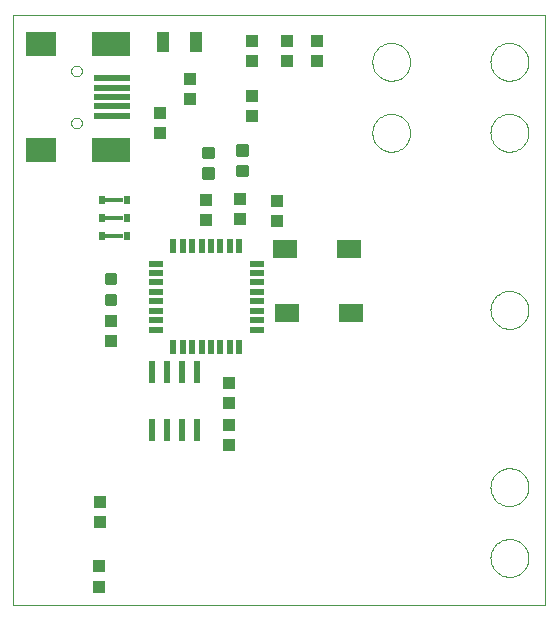
<source format=gtp>
G75*
%MOIN*%
%OFA0B0*%
%FSLAX24Y24*%
%IPPOS*%
%LPD*%
%AMOC8*
5,1,8,0,0,1.08239X$1,22.5*
%
%ADD10C,0.0000*%
%ADD11R,0.0500X0.0220*%
%ADD12R,0.0220X0.0500*%
%ADD13R,0.0394X0.0709*%
%ADD14R,0.0433X0.0394*%
%ADD15R,0.0394X0.0433*%
%ADD16R,0.0984X0.0787*%
%ADD17R,0.1299X0.0787*%
%ADD18R,0.1220X0.0197*%
%ADD19R,0.0630X0.0157*%
%ADD20R,0.0197X0.0315*%
%ADD21R,0.0787X0.0630*%
%ADD22C,0.0118*%
%ADD23R,0.0220X0.0780*%
D10*
X000486Y001871D02*
X000486Y021556D01*
X018203Y021556D01*
X018203Y001871D01*
X000486Y001871D01*
X012455Y017619D02*
X012457Y017669D01*
X012463Y017719D01*
X012473Y017768D01*
X012487Y017816D01*
X012504Y017863D01*
X012525Y017908D01*
X012550Y017952D01*
X012578Y017993D01*
X012610Y018032D01*
X012644Y018069D01*
X012681Y018103D01*
X012721Y018133D01*
X012763Y018160D01*
X012807Y018184D01*
X012853Y018205D01*
X012900Y018221D01*
X012948Y018234D01*
X012998Y018243D01*
X013047Y018248D01*
X013098Y018249D01*
X013148Y018246D01*
X013197Y018239D01*
X013246Y018228D01*
X013294Y018213D01*
X013340Y018195D01*
X013385Y018173D01*
X013428Y018147D01*
X013469Y018118D01*
X013508Y018086D01*
X013544Y018051D01*
X013576Y018013D01*
X013606Y017973D01*
X013633Y017930D01*
X013656Y017886D01*
X013675Y017840D01*
X013691Y017792D01*
X013703Y017743D01*
X013711Y017694D01*
X013715Y017644D01*
X013715Y017594D01*
X013711Y017544D01*
X013703Y017495D01*
X013691Y017446D01*
X013675Y017398D01*
X013656Y017352D01*
X013633Y017308D01*
X013606Y017265D01*
X013576Y017225D01*
X013544Y017187D01*
X013508Y017152D01*
X013469Y017120D01*
X013428Y017091D01*
X013385Y017065D01*
X013340Y017043D01*
X013294Y017025D01*
X013246Y017010D01*
X013197Y016999D01*
X013148Y016992D01*
X013098Y016989D01*
X013047Y016990D01*
X012998Y016995D01*
X012948Y017004D01*
X012900Y017017D01*
X012853Y017033D01*
X012807Y017054D01*
X012763Y017078D01*
X012721Y017105D01*
X012681Y017135D01*
X012644Y017169D01*
X012610Y017206D01*
X012578Y017245D01*
X012550Y017286D01*
X012525Y017330D01*
X012504Y017375D01*
X012487Y017422D01*
X012473Y017470D01*
X012463Y017519D01*
X012457Y017569D01*
X012455Y017619D01*
X012455Y019982D02*
X012457Y020032D01*
X012463Y020082D01*
X012473Y020131D01*
X012487Y020179D01*
X012504Y020226D01*
X012525Y020271D01*
X012550Y020315D01*
X012578Y020356D01*
X012610Y020395D01*
X012644Y020432D01*
X012681Y020466D01*
X012721Y020496D01*
X012763Y020523D01*
X012807Y020547D01*
X012853Y020568D01*
X012900Y020584D01*
X012948Y020597D01*
X012998Y020606D01*
X013047Y020611D01*
X013098Y020612D01*
X013148Y020609D01*
X013197Y020602D01*
X013246Y020591D01*
X013294Y020576D01*
X013340Y020558D01*
X013385Y020536D01*
X013428Y020510D01*
X013469Y020481D01*
X013508Y020449D01*
X013544Y020414D01*
X013576Y020376D01*
X013606Y020336D01*
X013633Y020293D01*
X013656Y020249D01*
X013675Y020203D01*
X013691Y020155D01*
X013703Y020106D01*
X013711Y020057D01*
X013715Y020007D01*
X013715Y019957D01*
X013711Y019907D01*
X013703Y019858D01*
X013691Y019809D01*
X013675Y019761D01*
X013656Y019715D01*
X013633Y019671D01*
X013606Y019628D01*
X013576Y019588D01*
X013544Y019550D01*
X013508Y019515D01*
X013469Y019483D01*
X013428Y019454D01*
X013385Y019428D01*
X013340Y019406D01*
X013294Y019388D01*
X013246Y019373D01*
X013197Y019362D01*
X013148Y019355D01*
X013098Y019352D01*
X013047Y019353D01*
X012998Y019358D01*
X012948Y019367D01*
X012900Y019380D01*
X012853Y019396D01*
X012807Y019417D01*
X012763Y019441D01*
X012721Y019468D01*
X012681Y019498D01*
X012644Y019532D01*
X012610Y019569D01*
X012578Y019608D01*
X012550Y019649D01*
X012525Y019693D01*
X012504Y019738D01*
X012487Y019785D01*
X012473Y019833D01*
X012463Y019882D01*
X012457Y019932D01*
X012455Y019982D01*
X016392Y019982D02*
X016394Y020032D01*
X016400Y020082D01*
X016410Y020131D01*
X016424Y020179D01*
X016441Y020226D01*
X016462Y020271D01*
X016487Y020315D01*
X016515Y020356D01*
X016547Y020395D01*
X016581Y020432D01*
X016618Y020466D01*
X016658Y020496D01*
X016700Y020523D01*
X016744Y020547D01*
X016790Y020568D01*
X016837Y020584D01*
X016885Y020597D01*
X016935Y020606D01*
X016984Y020611D01*
X017035Y020612D01*
X017085Y020609D01*
X017134Y020602D01*
X017183Y020591D01*
X017231Y020576D01*
X017277Y020558D01*
X017322Y020536D01*
X017365Y020510D01*
X017406Y020481D01*
X017445Y020449D01*
X017481Y020414D01*
X017513Y020376D01*
X017543Y020336D01*
X017570Y020293D01*
X017593Y020249D01*
X017612Y020203D01*
X017628Y020155D01*
X017640Y020106D01*
X017648Y020057D01*
X017652Y020007D01*
X017652Y019957D01*
X017648Y019907D01*
X017640Y019858D01*
X017628Y019809D01*
X017612Y019761D01*
X017593Y019715D01*
X017570Y019671D01*
X017543Y019628D01*
X017513Y019588D01*
X017481Y019550D01*
X017445Y019515D01*
X017406Y019483D01*
X017365Y019454D01*
X017322Y019428D01*
X017277Y019406D01*
X017231Y019388D01*
X017183Y019373D01*
X017134Y019362D01*
X017085Y019355D01*
X017035Y019352D01*
X016984Y019353D01*
X016935Y019358D01*
X016885Y019367D01*
X016837Y019380D01*
X016790Y019396D01*
X016744Y019417D01*
X016700Y019441D01*
X016658Y019468D01*
X016618Y019498D01*
X016581Y019532D01*
X016547Y019569D01*
X016515Y019608D01*
X016487Y019649D01*
X016462Y019693D01*
X016441Y019738D01*
X016424Y019785D01*
X016410Y019833D01*
X016400Y019882D01*
X016394Y019932D01*
X016392Y019982D01*
X016392Y017619D02*
X016394Y017669D01*
X016400Y017719D01*
X016410Y017768D01*
X016424Y017816D01*
X016441Y017863D01*
X016462Y017908D01*
X016487Y017952D01*
X016515Y017993D01*
X016547Y018032D01*
X016581Y018069D01*
X016618Y018103D01*
X016658Y018133D01*
X016700Y018160D01*
X016744Y018184D01*
X016790Y018205D01*
X016837Y018221D01*
X016885Y018234D01*
X016935Y018243D01*
X016984Y018248D01*
X017035Y018249D01*
X017085Y018246D01*
X017134Y018239D01*
X017183Y018228D01*
X017231Y018213D01*
X017277Y018195D01*
X017322Y018173D01*
X017365Y018147D01*
X017406Y018118D01*
X017445Y018086D01*
X017481Y018051D01*
X017513Y018013D01*
X017543Y017973D01*
X017570Y017930D01*
X017593Y017886D01*
X017612Y017840D01*
X017628Y017792D01*
X017640Y017743D01*
X017648Y017694D01*
X017652Y017644D01*
X017652Y017594D01*
X017648Y017544D01*
X017640Y017495D01*
X017628Y017446D01*
X017612Y017398D01*
X017593Y017352D01*
X017570Y017308D01*
X017543Y017265D01*
X017513Y017225D01*
X017481Y017187D01*
X017445Y017152D01*
X017406Y017120D01*
X017365Y017091D01*
X017322Y017065D01*
X017277Y017043D01*
X017231Y017025D01*
X017183Y017010D01*
X017134Y016999D01*
X017085Y016992D01*
X017035Y016989D01*
X016984Y016990D01*
X016935Y016995D01*
X016885Y017004D01*
X016837Y017017D01*
X016790Y017033D01*
X016744Y017054D01*
X016700Y017078D01*
X016658Y017105D01*
X016618Y017135D01*
X016581Y017169D01*
X016547Y017206D01*
X016515Y017245D01*
X016487Y017286D01*
X016462Y017330D01*
X016441Y017375D01*
X016424Y017422D01*
X016410Y017470D01*
X016400Y017519D01*
X016394Y017569D01*
X016392Y017619D01*
X016392Y011714D02*
X016394Y011764D01*
X016400Y011814D01*
X016410Y011863D01*
X016424Y011911D01*
X016441Y011958D01*
X016462Y012003D01*
X016487Y012047D01*
X016515Y012088D01*
X016547Y012127D01*
X016581Y012164D01*
X016618Y012198D01*
X016658Y012228D01*
X016700Y012255D01*
X016744Y012279D01*
X016790Y012300D01*
X016837Y012316D01*
X016885Y012329D01*
X016935Y012338D01*
X016984Y012343D01*
X017035Y012344D01*
X017085Y012341D01*
X017134Y012334D01*
X017183Y012323D01*
X017231Y012308D01*
X017277Y012290D01*
X017322Y012268D01*
X017365Y012242D01*
X017406Y012213D01*
X017445Y012181D01*
X017481Y012146D01*
X017513Y012108D01*
X017543Y012068D01*
X017570Y012025D01*
X017593Y011981D01*
X017612Y011935D01*
X017628Y011887D01*
X017640Y011838D01*
X017648Y011789D01*
X017652Y011739D01*
X017652Y011689D01*
X017648Y011639D01*
X017640Y011590D01*
X017628Y011541D01*
X017612Y011493D01*
X017593Y011447D01*
X017570Y011403D01*
X017543Y011360D01*
X017513Y011320D01*
X017481Y011282D01*
X017445Y011247D01*
X017406Y011215D01*
X017365Y011186D01*
X017322Y011160D01*
X017277Y011138D01*
X017231Y011120D01*
X017183Y011105D01*
X017134Y011094D01*
X017085Y011087D01*
X017035Y011084D01*
X016984Y011085D01*
X016935Y011090D01*
X016885Y011099D01*
X016837Y011112D01*
X016790Y011128D01*
X016744Y011149D01*
X016700Y011173D01*
X016658Y011200D01*
X016618Y011230D01*
X016581Y011264D01*
X016547Y011301D01*
X016515Y011340D01*
X016487Y011381D01*
X016462Y011425D01*
X016441Y011470D01*
X016424Y011517D01*
X016410Y011565D01*
X016400Y011614D01*
X016394Y011664D01*
X016392Y011714D01*
X016392Y005808D02*
X016394Y005858D01*
X016400Y005908D01*
X016410Y005957D01*
X016424Y006005D01*
X016441Y006052D01*
X016462Y006097D01*
X016487Y006141D01*
X016515Y006182D01*
X016547Y006221D01*
X016581Y006258D01*
X016618Y006292D01*
X016658Y006322D01*
X016700Y006349D01*
X016744Y006373D01*
X016790Y006394D01*
X016837Y006410D01*
X016885Y006423D01*
X016935Y006432D01*
X016984Y006437D01*
X017035Y006438D01*
X017085Y006435D01*
X017134Y006428D01*
X017183Y006417D01*
X017231Y006402D01*
X017277Y006384D01*
X017322Y006362D01*
X017365Y006336D01*
X017406Y006307D01*
X017445Y006275D01*
X017481Y006240D01*
X017513Y006202D01*
X017543Y006162D01*
X017570Y006119D01*
X017593Y006075D01*
X017612Y006029D01*
X017628Y005981D01*
X017640Y005932D01*
X017648Y005883D01*
X017652Y005833D01*
X017652Y005783D01*
X017648Y005733D01*
X017640Y005684D01*
X017628Y005635D01*
X017612Y005587D01*
X017593Y005541D01*
X017570Y005497D01*
X017543Y005454D01*
X017513Y005414D01*
X017481Y005376D01*
X017445Y005341D01*
X017406Y005309D01*
X017365Y005280D01*
X017322Y005254D01*
X017277Y005232D01*
X017231Y005214D01*
X017183Y005199D01*
X017134Y005188D01*
X017085Y005181D01*
X017035Y005178D01*
X016984Y005179D01*
X016935Y005184D01*
X016885Y005193D01*
X016837Y005206D01*
X016790Y005222D01*
X016744Y005243D01*
X016700Y005267D01*
X016658Y005294D01*
X016618Y005324D01*
X016581Y005358D01*
X016547Y005395D01*
X016515Y005434D01*
X016487Y005475D01*
X016462Y005519D01*
X016441Y005564D01*
X016424Y005611D01*
X016410Y005659D01*
X016400Y005708D01*
X016394Y005758D01*
X016392Y005808D01*
X016392Y003446D02*
X016394Y003496D01*
X016400Y003546D01*
X016410Y003595D01*
X016424Y003643D01*
X016441Y003690D01*
X016462Y003735D01*
X016487Y003779D01*
X016515Y003820D01*
X016547Y003859D01*
X016581Y003896D01*
X016618Y003930D01*
X016658Y003960D01*
X016700Y003987D01*
X016744Y004011D01*
X016790Y004032D01*
X016837Y004048D01*
X016885Y004061D01*
X016935Y004070D01*
X016984Y004075D01*
X017035Y004076D01*
X017085Y004073D01*
X017134Y004066D01*
X017183Y004055D01*
X017231Y004040D01*
X017277Y004022D01*
X017322Y004000D01*
X017365Y003974D01*
X017406Y003945D01*
X017445Y003913D01*
X017481Y003878D01*
X017513Y003840D01*
X017543Y003800D01*
X017570Y003757D01*
X017593Y003713D01*
X017612Y003667D01*
X017628Y003619D01*
X017640Y003570D01*
X017648Y003521D01*
X017652Y003471D01*
X017652Y003421D01*
X017648Y003371D01*
X017640Y003322D01*
X017628Y003273D01*
X017612Y003225D01*
X017593Y003179D01*
X017570Y003135D01*
X017543Y003092D01*
X017513Y003052D01*
X017481Y003014D01*
X017445Y002979D01*
X017406Y002947D01*
X017365Y002918D01*
X017322Y002892D01*
X017277Y002870D01*
X017231Y002852D01*
X017183Y002837D01*
X017134Y002826D01*
X017085Y002819D01*
X017035Y002816D01*
X016984Y002817D01*
X016935Y002822D01*
X016885Y002831D01*
X016837Y002844D01*
X016790Y002860D01*
X016744Y002881D01*
X016700Y002905D01*
X016658Y002932D01*
X016618Y002962D01*
X016581Y002996D01*
X016547Y003033D01*
X016515Y003072D01*
X016487Y003113D01*
X016462Y003157D01*
X016441Y003202D01*
X016424Y003249D01*
X016410Y003297D01*
X016400Y003346D01*
X016394Y003396D01*
X016392Y003446D01*
X002416Y017946D02*
X002418Y017972D01*
X002424Y017998D01*
X002434Y018023D01*
X002447Y018046D01*
X002463Y018066D01*
X002483Y018084D01*
X002505Y018099D01*
X002528Y018111D01*
X002554Y018119D01*
X002580Y018123D01*
X002606Y018123D01*
X002632Y018119D01*
X002658Y018111D01*
X002682Y018099D01*
X002703Y018084D01*
X002723Y018066D01*
X002739Y018046D01*
X002752Y018023D01*
X002762Y017998D01*
X002768Y017972D01*
X002770Y017946D01*
X002768Y017920D01*
X002762Y017894D01*
X002752Y017869D01*
X002739Y017846D01*
X002723Y017826D01*
X002703Y017808D01*
X002681Y017793D01*
X002658Y017781D01*
X002632Y017773D01*
X002606Y017769D01*
X002580Y017769D01*
X002554Y017773D01*
X002528Y017781D01*
X002504Y017793D01*
X002483Y017808D01*
X002463Y017826D01*
X002447Y017846D01*
X002434Y017869D01*
X002424Y017894D01*
X002418Y017920D01*
X002416Y017946D01*
X002416Y019678D02*
X002418Y019704D01*
X002424Y019730D01*
X002434Y019755D01*
X002447Y019778D01*
X002463Y019798D01*
X002483Y019816D01*
X002505Y019831D01*
X002528Y019843D01*
X002554Y019851D01*
X002580Y019855D01*
X002606Y019855D01*
X002632Y019851D01*
X002658Y019843D01*
X002682Y019831D01*
X002703Y019816D01*
X002723Y019798D01*
X002739Y019778D01*
X002752Y019755D01*
X002762Y019730D01*
X002768Y019704D01*
X002770Y019678D01*
X002768Y019652D01*
X002762Y019626D01*
X002752Y019601D01*
X002739Y019578D01*
X002723Y019558D01*
X002703Y019540D01*
X002681Y019525D01*
X002658Y019513D01*
X002632Y019505D01*
X002606Y019501D01*
X002580Y019501D01*
X002554Y019505D01*
X002528Y019513D01*
X002504Y019525D01*
X002483Y019540D01*
X002463Y019558D01*
X002447Y019578D01*
X002434Y019601D01*
X002424Y019626D01*
X002418Y019652D01*
X002416Y019678D01*
D11*
X005230Y013261D03*
X005230Y012946D03*
X005230Y012631D03*
X005230Y012316D03*
X005230Y012001D03*
X005230Y011686D03*
X005230Y011371D03*
X005230Y011056D03*
X008610Y011056D03*
X008610Y011371D03*
X008610Y011686D03*
X008610Y012001D03*
X008610Y012316D03*
X008610Y012631D03*
X008610Y012946D03*
X008610Y013261D03*
D12*
X008022Y013849D03*
X007707Y013849D03*
X007392Y013849D03*
X007077Y013849D03*
X006762Y013849D03*
X006447Y013849D03*
X006132Y013849D03*
X005817Y013849D03*
X005817Y010469D03*
X006132Y010469D03*
X006447Y010469D03*
X006762Y010469D03*
X007077Y010469D03*
X007392Y010469D03*
X007707Y010469D03*
X008022Y010469D03*
D13*
X006581Y020651D03*
X005479Y020651D03*
D14*
X006372Y019415D03*
X006372Y018745D03*
X005376Y018285D03*
X005376Y017615D03*
X006904Y015375D03*
X006904Y014706D03*
X008053Y014757D03*
X008053Y015426D03*
X009270Y015344D03*
X009270Y014675D03*
X007683Y009289D03*
X007683Y008619D03*
X003746Y010663D03*
X003746Y011332D03*
X003372Y005324D03*
X003372Y004655D03*
D15*
X003333Y003163D03*
X003333Y002493D03*
X007668Y007198D03*
X007668Y007867D03*
X008455Y018178D03*
X008455Y018848D03*
X008431Y020013D03*
X008431Y020682D03*
X009609Y020675D03*
X009609Y020005D03*
X010620Y020005D03*
X010620Y020675D03*
D16*
X001412Y020564D03*
X001412Y017060D03*
D17*
X003734Y017060D03*
X003734Y020564D03*
D18*
X003774Y019442D03*
X003774Y019127D03*
X003774Y018812D03*
X003774Y018497D03*
X003774Y018182D03*
D19*
X003857Y015363D03*
X003857Y014773D03*
X003857Y014182D03*
D20*
X004270Y014182D03*
X004270Y014773D03*
X004270Y015363D03*
X003443Y015363D03*
X003443Y014773D03*
X003443Y014182D03*
D21*
X009534Y013761D03*
X009605Y011615D03*
X011731Y011615D03*
X011660Y013761D03*
D22*
X008262Y016203D02*
X007986Y016203D01*
X007986Y016479D01*
X008262Y016479D01*
X008262Y016203D01*
X008262Y016320D02*
X007986Y016320D01*
X007986Y016437D02*
X008262Y016437D01*
X008262Y016894D02*
X007986Y016894D01*
X007986Y017170D01*
X008262Y017170D01*
X008262Y016894D01*
X008262Y017011D02*
X007986Y017011D01*
X007986Y017128D02*
X008262Y017128D01*
X007128Y016811D02*
X006852Y016811D01*
X006852Y017087D01*
X007128Y017087D01*
X007128Y016811D01*
X007128Y016928D02*
X006852Y016928D01*
X006852Y017045D02*
X007128Y017045D01*
X007128Y016120D02*
X006852Y016120D01*
X006852Y016396D01*
X007128Y016396D01*
X007128Y016120D01*
X007128Y016237D02*
X006852Y016237D01*
X006852Y016354D02*
X007128Y016354D01*
X003880Y012602D02*
X003604Y012602D01*
X003604Y012878D01*
X003880Y012878D01*
X003880Y012602D01*
X003880Y012719D02*
X003604Y012719D01*
X003604Y012836D02*
X003880Y012836D01*
X003880Y011912D02*
X003604Y011912D01*
X003604Y012188D01*
X003880Y012188D01*
X003880Y011912D01*
X003880Y012029D02*
X003604Y012029D01*
X003604Y012146D02*
X003880Y012146D01*
D23*
X005118Y009637D03*
X005618Y009637D03*
X006118Y009637D03*
X006618Y009637D03*
X006618Y007697D03*
X006118Y007697D03*
X005618Y007697D03*
X005118Y007697D03*
M02*

</source>
